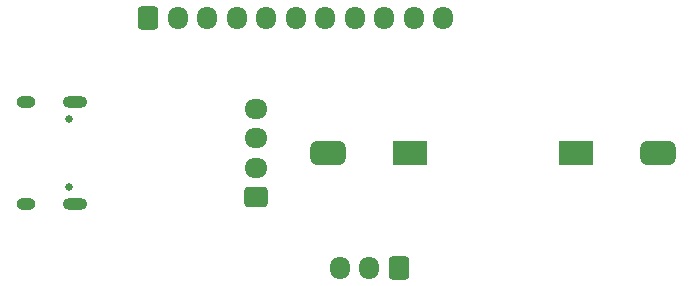
<source format=gbr>
%TF.GenerationSoftware,KiCad,Pcbnew,(5.99.0-13244-g73f40b11ee)*%
%TF.CreationDate,2021-12-26T18:18:12+01:00*%
%TF.ProjectId,TheKNOBDaughterboard,5468654b-4e4f-4424-9461-756768746572,rev?*%
%TF.SameCoordinates,Original*%
%TF.FileFunction,Soldermask,Bot*%
%TF.FilePolarity,Negative*%
%FSLAX46Y46*%
G04 Gerber Fmt 4.6, Leading zero omitted, Abs format (unit mm)*
G04 Created by KiCad (PCBNEW (5.99.0-13244-g73f40b11ee)) date 2021-12-26 18:18:12*
%MOMM*%
%LPD*%
G01*
G04 APERTURE LIST*
G04 Aperture macros list*
%AMRoundRect*
0 Rectangle with rounded corners*
0 $1 Rounding radius*
0 $2 $3 $4 $5 $6 $7 $8 $9 X,Y pos of 4 corners*
0 Add a 4 corners polygon primitive as box body*
4,1,4,$2,$3,$4,$5,$6,$7,$8,$9,$2,$3,0*
0 Add four circle primitives for the rounded corners*
1,1,$1+$1,$2,$3*
1,1,$1+$1,$4,$5*
1,1,$1+$1,$6,$7*
1,1,$1+$1,$8,$9*
0 Add four rect primitives between the rounded corners*
20,1,$1+$1,$2,$3,$4,$5,0*
20,1,$1+$1,$4,$5,$6,$7,0*
20,1,$1+$1,$6,$7,$8,$9,0*
20,1,$1+$1,$8,$9,$2,$3,0*%
G04 Aperture macros list end*
%ADD10RoundRect,0.500000X1.000000X0.500000X-1.000000X0.500000X-1.000000X-0.500000X1.000000X-0.500000X0*%
%ADD11R,3.000000X2.000000*%
%ADD12RoundRect,0.500000X-1.000000X-0.500000X1.000000X-0.500000X1.000000X0.500000X-1.000000X0.500000X0*%
%ADD13C,0.650000*%
%ADD14O,2.100000X1.000000*%
%ADD15O,1.600000X1.000000*%
%ADD16RoundRect,0.250000X0.600000X0.725000X-0.600000X0.725000X-0.600000X-0.725000X0.600000X-0.725000X0*%
%ADD17O,1.700000X1.950000*%
%ADD18RoundRect,0.250000X0.725000X-0.600000X0.725000X0.600000X-0.725000X0.600000X-0.725000X-0.600000X0*%
%ADD19O,1.950000X1.700000*%
%ADD20RoundRect,0.250000X-0.600000X-0.725000X0.600000X-0.725000X0.600000X0.725000X-0.600000X0.725000X0*%
G04 APERTURE END LIST*
D10*
%TO.C,SW2*%
X124500000Y-100000000D03*
D11*
X117500000Y-100000000D03*
%TD*%
D12*
%TO.C,SW1*%
X96500000Y-100000000D03*
D11*
X103500000Y-100000000D03*
%TD*%
D13*
%TO.C,J2*%
X74600000Y-97110000D03*
X74600000Y-102890000D03*
D14*
X75130000Y-95680000D03*
D15*
X70950000Y-95680000D03*
X70950000Y-104320000D03*
D14*
X75130000Y-104320000D03*
%TD*%
D16*
%TO.C,J3*%
X102500000Y-109700000D03*
D17*
X100000000Y-109700000D03*
X97500000Y-109700000D03*
%TD*%
D18*
%TO.C,J4*%
X90450000Y-103750000D03*
D19*
X90450000Y-101250000D03*
X90450000Y-98750000D03*
X90450000Y-96250000D03*
%TD*%
D20*
%TO.C,J5*%
X81300000Y-88600000D03*
D17*
X83800000Y-88600000D03*
X86300000Y-88600000D03*
X88800000Y-88600000D03*
X91300000Y-88600000D03*
X93800000Y-88600000D03*
X96300000Y-88600000D03*
X98800000Y-88600000D03*
X101300000Y-88600000D03*
X103800000Y-88600000D03*
X106300000Y-88600000D03*
%TD*%
M02*

</source>
